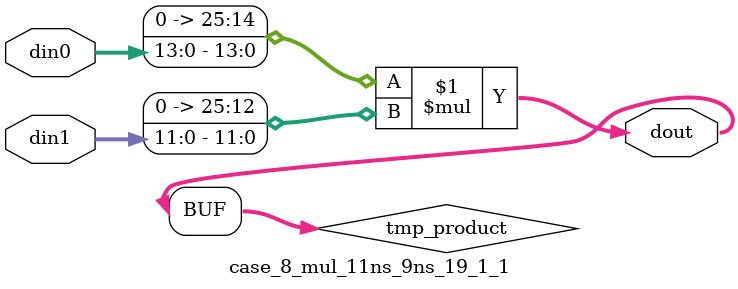
<source format=v>

`timescale 1 ns / 1 ps

 (* use_dsp = "no" *)  module case_8_mul_11ns_9ns_19_1_1(din0, din1, dout);
parameter ID = 1;
parameter NUM_STAGE = 0;
parameter din0_WIDTH = 14;
parameter din1_WIDTH = 12;
parameter dout_WIDTH = 26;

input [din0_WIDTH - 1 : 0] din0; 
input [din1_WIDTH - 1 : 0] din1; 
output [dout_WIDTH - 1 : 0] dout;

wire signed [dout_WIDTH - 1 : 0] tmp_product;
























assign tmp_product = $signed({1'b0, din0}) * $signed({1'b0, din1});











assign dout = tmp_product;





















endmodule

</source>
